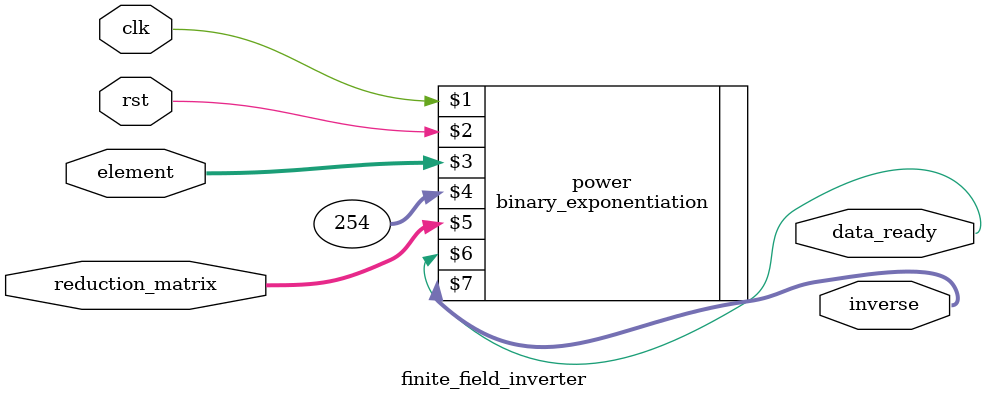
<source format=v>
/*
 * Copyright (c) 2025 Dawson Hubbard
 * SPDX-License-Identifier: Apache-2.0
 */

//just use exponentiation
module finite_field_inverter (input clk, input rst, input [7:0] element, input [7*8:0] reduction_matrix,
                              output data_ready, output reg [7:0] inverse);

    binary_exponentiation power(clk, rst, element, 254, reduction_matrix, data_ready, inverse);
endmodule
</source>
